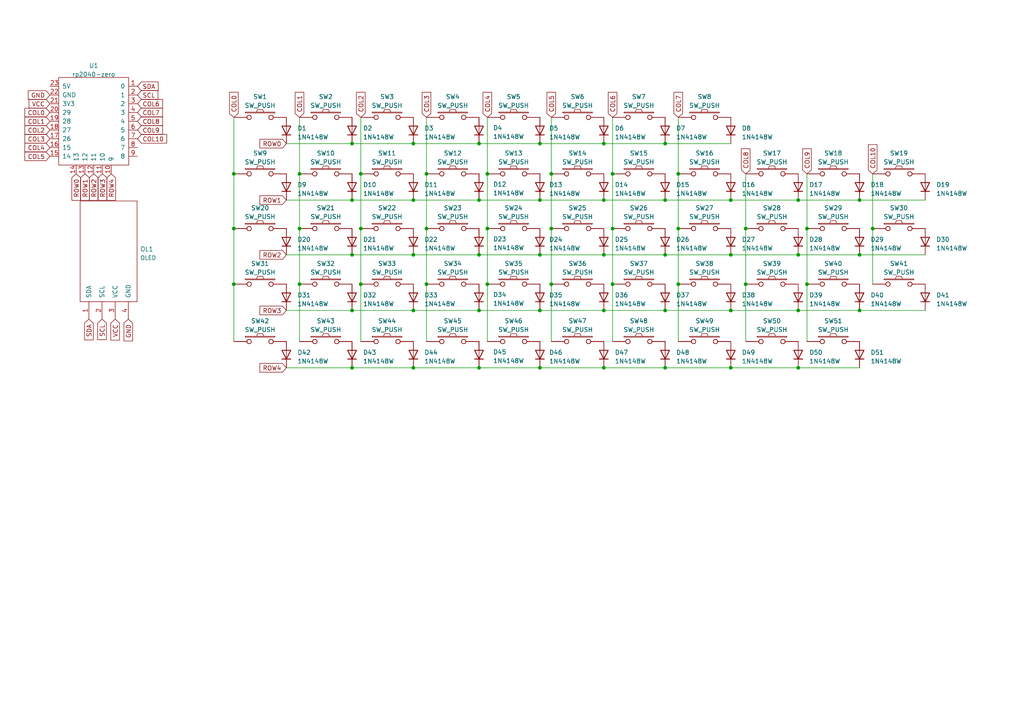
<source format=kicad_sch>
(kicad_sch (version 20230121) (generator eeschema)
  (paper "A4")
  (lib_symbols
    (symbol "Diode:1N4148W" (pin_numbers hide) (pin_names hide)
      (property "Reference" "D" (at 0 2.54 0))
      (property "Value" "1N4148W" (at 0 -2.54 0))
      (symbol "1N4148W_0_1"
        (polyline (pts (xy -1.27 1.27) (xy -1.27 -1.27)) (stroke (width 0.254)))
        (polyline (pts (xy 1.27 0) (xy -1.27 0)))
        (polyline (pts (xy 1.27 1.27) (xy 1.27 -1.27) (xy -1.27 0) (xy 1.27 1.27)) (stroke (width 0.254)))
      )
      (symbol "1N4148W_1_1"
        (pin passive line (at -3.81 0 0) (length 2.54) (name "K") (number "1"))
        (pin passive line (at 3.81 0 180) (length 2.54) (name "A") (number "2"))
      )
    )
    (symbol "kbd:OLED" (pin_names (offset 1.016))
      (property "Reference" "OL" (at 0 2.54 0))
      (property "Value" "OLED" (at 0 -1.27 0))
      (symbol "OLED_0_1"
        (rectangle (start -13.97 8.89) (end 15.24 -7.62))
      )
      (symbol "OLED_1_1"
        (pin bidirectional line (at -19.05 6.35 0) (length 5.08) (name "SDA") (number "1"))
        (pin bidirectional line (at -19.05 2.54 0) (length 5.08) (name "SCL") (number "2"))
        (pin power_in line (at -19.05 -1.27 0) (length 5.08) (name "VCC") (number "3"))
        (pin power_in line (at -19.05 -5.08 0) (length 5.08) (name "GND") (number "4"))
      )
    )
    (symbol "kbd:SW_PUSH" (pin_numbers hide) (pin_names (offset 1.016) hide)
      (property "Reference" "SW" (at 3.81 2.794 0))
      (property "Value" "SW_PUSH" (at 0 -2.032 0))
      (symbol "SW_PUSH_0_1"
        (rectangle (start -4.318 1.27) (end 4.318 1.524))
        (polyline (pts (xy -1.016 1.524) (xy -0.762 2.286) (xy 0.762 2.286) (xy 1.016 1.524)))
        (pin passive inverted (at -7.62 0 0) (length 5.08) (name "1") (number "1"))
        (pin passive inverted (at 7.62 0 180) (length 5.08) (name "2") (number "2"))
      )
    )
    (symbol "mcu:rp2040-zero" (pin_names (offset 1.016))
      (property "Reference" "U" (at 0 15.24 0))
      (property "Value" "rp2040-zero" (at 0 12.7 0))
      (symbol "rp2040-zero_0_1"
        (rectangle (start -10.16 11.43) (end 10.16 -13.97))
      )
      (symbol "rp2040-zero_1_1"
        (pin bidirectional line (at 12.7 8.89 180) (length 2.54) (name "0") (number "1"))
        (pin bidirectional line (at 5.08 -16.51 90) (length 2.54) (name "9") (number "10"))
        (pin bidirectional line (at 2.54 -16.51 90) (length 2.54) (name "10") (number "11"))
        (pin bidirectional line (at 0 -16.51 90) (length 2.54) (name "11") (number "12"))
        (pin bidirectional line (at -2.54 -16.51 90) (length 2.54) (name "12") (number "13"))
        (pin bidirectional line (at -5.08 -16.51 90) (length 2.54) (name "13") (number "14"))
        (pin bidirectional line (at -12.7 -11.43 0) (length 2.54) (name "14") (number "15"))
        (pin bidirectional line (at -12.7 -8.89 0) (length 2.54) (name "15") (number "16"))
        (pin bidirectional line (at -12.7 -6.35 0) (length 2.54) (name "26") (number "17"))
        (pin bidirectional line (at -12.7 -3.81 0) (length 2.54) (name "27") (number "18"))
        (pin bidirectional line (at -12.7 -1.27 0) (length 2.54) (name "28") (number "19"))
        (pin bidirectional line (at 12.7 6.35 180) (length 2.54) (name "1") (number "2"))
        (pin bidirectional line (at -12.7 1.27 0) (length 2.54) (name "29") (number "20"))
        (pin power_out line (at -12.7 3.81 0) (length 2.54) (name "3V3") (number "21"))
        (pin power_out line (at -12.7 6.35 0) (length 2.54) (name "GND") (number "22"))
        (pin power_out line (at -12.7 8.89 0) (length 2.54) (name "5V") (number "23"))
        (pin bidirectional line (at 12.7 3.81 180) (length 2.54) (name "2") (number "3"))
        (pin bidirectional line (at 12.7 1.27 180) (length 2.54) (name "3") (number "4"))
        (pin bidirectional line (at 12.7 -1.27 180) (length 2.54) (name "4") (number "5"))
        (pin bidirectional line (at 12.7 -3.81 180) (length 2.54) (name "5") (number "6"))
        (pin bidirectional line (at 12.7 -6.35 180) (length 2.54) (name "6") (number "7"))
        (pin bidirectional line (at 12.7 -8.89 180) (length 2.54) (name "7") (number "8"))
        (pin bidirectional line (at 12.7 -11.43 180) (length 2.54) (name "8") (number "9"))
      )
    )
  )
  (junction (at 196.723 82.423))
  (junction (at 192.913 41.656))
  (junction (at 86.868 66.294))
  (junction (at 67.818 66.294))
  (junction (at 175.133 73.914))
  (junction (at 175.133 41.656))
  (junction (at 211.963 90.043))
  (junction (at 156.591 73.914))
  (junction (at 192.913 73.914))
  (junction (at 234.061 82.423))
  (junction (at 159.893 82.423))
  (junction (at 102.108 90.043))
  (junction (at 196.723 66.294))
  (junction (at 119.888 41.656))
  (junction (at 141.351 66.294))
  (junction (at 102.108 58.039))
  (junction (at 102.108 106.68))
  (junction (at 175.133 58.039))
  (junction (at 159.893 66.294))
  (junction (at 123.698 66.294))
  (junction (at 119.888 106.68))
  (junction (at 211.963 106.68))
  (junction (at 102.108 73.914))
  (junction (at 119.888 90.043))
  (junction (at 67.818 82.423))
  (junction (at 216.281 82.423))
  (junction (at 231.521 58.039))
  (junction (at 231.521 90.043))
  (junction (at 175.133 106.68))
  (junction (at 138.938 90.043))
  (junction (at 211.963 73.914))
  (junction (at 123.698 50.419))
  (junction (at 196.723 50.419))
  (junction (at 156.591 90.043))
  (junction (at 86.868 50.419))
  (junction (at 102.108 41.656))
  (junction (at 156.591 41.656))
  (junction (at 234.061 66.294))
  (junction (at 192.913 58.039))
  (junction (at 159.893 50.419))
  (junction (at 231.521 73.914))
  (junction (at 177.673 66.294))
  (junction (at 67.818 50.419))
  (junction (at 138.938 106.68))
  (junction (at 104.648 50.419))
  (junction (at 119.888 58.039))
  (junction (at 141.351 50.419))
  (junction (at 231.521 106.68))
  (junction (at 216.281 66.294))
  (junction (at 192.913 106.68))
  (junction (at 249.301 73.914))
  (junction (at 156.591 106.68))
  (junction (at 253.111 66.294))
  (junction (at 211.963 58.039))
  (junction (at 86.868 82.423))
  (junction (at 177.673 50.419))
  (junction (at 156.591 58.039))
  (junction (at 177.673 82.423))
  (junction (at 249.301 90.043))
  (junction (at 119.888 73.914))
  (junction (at 138.938 58.039))
  (junction (at 192.913 90.043))
  (junction (at 138.938 41.656))
  (junction (at 104.648 82.423))
  (junction (at 249.301 58.039))
  (junction (at 175.133 90.043))
  (junction (at 138.938 73.914))
  (junction (at 141.351 82.423))
  (junction (at 104.648 66.294))
  (junction (at 123.698 82.423))
  (wire (pts (xy 141.351 66.294) (xy 141.351 82.423)))
  (wire (pts (xy 102.108 90.043) (xy 119.888 90.043)))
  (wire (pts (xy 253.111 66.294) (xy 253.111 82.423)))
  (wire (pts (xy 67.818 82.423) (xy 67.818 99.06)))
  (wire (pts (xy 249.301 90.043) (xy 268.351 90.043)))
  (wire (pts (xy 159.893 34.036) (xy 159.893 50.419)))
  (wire (pts (xy 138.938 58.039) (xy 156.591 58.039)))
  (wire (pts (xy 86.868 50.419) (xy 86.868 66.294)))
  (wire (pts (xy 119.888 58.039) (xy 138.938 58.039)))
  (wire (pts (xy 123.698 82.423) (xy 123.698 99.06)))
  (wire (pts (xy 177.673 66.294) (xy 177.673 82.423)))
  (wire (pts (xy 177.673 82.423) (xy 177.673 99.06)))
  (wire (pts (xy 141.351 50.419) (xy 141.351 66.294)))
  (wire (pts (xy 86.868 82.423) (xy 86.868 99.06)))
  (wire (pts (xy 119.888 90.043) (xy 138.938 90.043)))
  (wire (pts (xy 177.673 50.419) (xy 177.673 66.294)))
  (wire (pts (xy 123.698 50.419) (xy 123.698 66.294)))
  (wire (pts (xy 234.061 50.419) (xy 234.061 66.294)))
  (wire (pts (xy 192.913 73.914) (xy 211.963 73.914)))
  (wire (pts (xy 192.913 90.043) (xy 211.963 90.043)))
  (wire (pts (xy 192.913 106.68) (xy 211.963 106.68)))
  (wire (pts (xy 216.281 66.294) (xy 216.281 82.423)))
  (wire (pts (xy 102.108 106.68) (xy 119.888 106.68)))
  (wire (pts (xy 104.648 34.036) (xy 104.648 50.419)))
  (wire (pts (xy 211.963 90.043) (xy 231.521 90.043)))
  (wire (pts (xy 102.108 58.039) (xy 119.888 58.039)))
  (wire (pts (xy 138.938 73.914) (xy 156.591 73.914)))
  (wire (pts (xy 86.868 34.036) (xy 86.868 50.419)))
  (wire (pts (xy 104.648 50.419) (xy 104.648 66.294)))
  (wire (pts (xy 231.521 90.043) (xy 249.301 90.043)))
  (wire (pts (xy 211.963 73.914) (xy 231.521 73.914)))
  (wire (pts (xy 83.058 41.656) (xy 102.108 41.656)))
  (wire (pts (xy 231.521 73.914) (xy 249.301 73.914)))
  (wire (pts (xy 156.591 106.68) (xy 175.133 106.68)))
  (wire (pts (xy 83.058 58.039) (xy 102.108 58.039)))
  (wire (pts (xy 67.818 34.036) (xy 67.818 50.419)))
  (wire (pts (xy 159.893 82.423) (xy 159.893 99.06)))
  (wire (pts (xy 175.133 41.656) (xy 192.913 41.656)))
  (wire (pts (xy 67.818 50.419) (xy 67.818 66.294)))
  (wire (pts (xy 102.108 41.656) (xy 119.888 41.656)))
  (wire (pts (xy 138.938 41.656) (xy 156.591 41.656)))
  (wire (pts (xy 196.723 66.294) (xy 196.723 82.423)))
  (wire (pts (xy 83.058 73.914) (xy 102.108 73.914)))
  (wire (pts (xy 175.133 90.043) (xy 192.913 90.043)))
  (wire (pts (xy 141.351 82.423) (xy 141.351 99.06)))
  (wire (pts (xy 102.108 73.914) (xy 119.888 73.914)))
  (wire (pts (xy 216.281 82.423) (xy 216.281 99.06)))
  (wire (pts (xy 67.818 66.294) (xy 67.818 82.423)))
  (wire (pts (xy 86.868 66.294) (xy 86.868 82.423)))
  (wire (pts (xy 141.351 34.036) (xy 141.351 50.419)))
  (wire (pts (xy 119.888 41.656) (xy 138.938 41.656)))
  (wire (pts (xy 249.301 58.039) (xy 268.351 58.039)))
  (wire (pts (xy 156.591 90.043) (xy 175.133 90.043)))
  (wire (pts (xy 249.301 73.914) (xy 268.351 73.914)))
  (wire (pts (xy 156.591 73.914) (xy 175.133 73.914)))
  (wire (pts (xy 253.111 50.419) (xy 253.111 66.294)))
  (wire (pts (xy 119.888 106.68) (xy 138.938 106.68)))
  (wire (pts (xy 175.133 73.914) (xy 192.913 73.914)))
  (wire (pts (xy 83.058 106.68) (xy 102.108 106.68)))
  (wire (pts (xy 192.913 58.039) (xy 211.963 58.039)))
  (wire (pts (xy 234.061 66.294) (xy 234.061 82.423)))
  (wire (pts (xy 196.723 34.036) (xy 196.723 50.419)))
  (wire (pts (xy 83.058 90.043) (xy 102.108 90.043)))
  (wire (pts (xy 175.133 58.039) (xy 192.913 58.039)))
  (wire (pts (xy 104.648 66.294) (xy 104.648 82.423)))
  (wire (pts (xy 216.281 50.419) (xy 216.281 66.294)))
  (wire (pts (xy 211.963 58.039) (xy 231.521 58.039)))
  (wire (pts (xy 231.521 106.68) (xy 249.301 106.68)))
  (wire (pts (xy 192.913 41.656) (xy 211.963 41.656)))
  (wire (pts (xy 104.648 82.423) (xy 104.648 99.06)))
  (wire (pts (xy 156.591 58.039) (xy 175.133 58.039)))
  (wire (pts (xy 211.963 106.68) (xy 231.521 106.68)))
  (wire (pts (xy 159.893 66.294) (xy 159.893 82.423)))
  (wire (pts (xy 231.521 58.039) (xy 249.301 58.039)))
  (wire (pts (xy 123.698 34.036) (xy 123.698 50.419)))
  (wire (pts (xy 138.938 90.043) (xy 156.591 90.043)))
  (wire (pts (xy 175.133 106.68) (xy 192.913 106.68)))
  (wire (pts (xy 196.723 82.423) (xy 196.723 99.06)))
  (wire (pts (xy 123.698 66.294) (xy 123.698 82.423)))
  (wire (pts (xy 196.723 50.419) (xy 196.723 66.294)))
  (wire (pts (xy 177.673 34.036) (xy 177.673 50.419)))
  (wire (pts (xy 234.061 82.423) (xy 234.061 99.06)))
  (wire (pts (xy 119.888 73.914) (xy 138.938 73.914)))
  (wire (pts (xy 138.938 106.68) (xy 156.591 106.68)))
  (wire (pts (xy 159.893 50.419) (xy 159.893 66.294)))
  (wire (pts (xy 156.591 41.656) (xy 175.133 41.656)))
  (global_label "COL2" (shape input) (at 104.648 34.036 90) (property "Intersheetrefs" "${INTERSHEET_REFS}" (effects hide)))
  (global_label "ROW3" (shape input) (at 29.718 50.419 270) (property "Intersheetrefs" "${INTERSHEET_REFS}" (effects hide)))
  (global_label "ROW0" (shape input) (at 22.098 50.419 270) (property "Intersheetrefs" "${INTERSHEET_REFS}" (effects hide)))
  (global_label "COL5" (shape input) (at 14.478 45.339 180) (property "Intersheetrefs" "${INTERSHEET_REFS}" (effects hide)))
  (global_label "COL3" (shape input) (at 123.698 34.036 90) (property "Intersheetrefs" "${INTERSHEET_REFS}" (effects hide)))
  (global_label "VCC" (shape input) (at 33.401 92.583 270) (property "Intersheetrefs" "${INTERSHEET_REFS}" (effects hide)))
  (global_label "ROW4" (shape input) (at 83.058 106.68 180) (property "Intersheetrefs" "${INTERSHEET_REFS}" (effects hide)))
  (global_label "GND" (shape input) (at 14.478 27.559 180) (property "Intersheetrefs" "${INTERSHEET_REFS}" (effects hide)))
  (global_label "COL8" (shape input) (at 216.281 50.419 90) (property "Intersheetrefs" "${INTERSHEET_REFS}" (effects hide)))
  (global_label "ROW0" (shape input) (at 83.058 41.656 180) (property "Intersheetrefs" "${INTERSHEET_REFS}" (effects hide)))
  (global_label "COL1" (shape input) (at 86.868 34.036 90) (property "Intersheetrefs" "${INTERSHEET_REFS}" (effects hide)))
  (global_label "COL9" (shape input) (at 39.878 37.719 0) (property "Intersheetrefs" "${INTERSHEET_REFS}" (effects hide)))
  (global_label "COL3" (shape input) (at 14.478 40.259 180) (property "Intersheetrefs" "${INTERSHEET_REFS}" (effects hide)))
  (global_label "COL1" (shape input) (at 14.478 35.179 180) (property "Intersheetrefs" "${INTERSHEET_REFS}" (effects hide)))
  (global_label "ROW1" (shape input) (at 24.638 50.419 270) (property "Intersheetrefs" "${INTERSHEET_REFS}" (effects hide)))
  (global_label "COL6" (shape input) (at 177.673 34.036 90) (property "Intersheetrefs" "${INTERSHEET_REFS}" (effects hide)))
  (global_label "VCC" (shape input) (at 14.478 30.099 180) (property "Intersheetrefs" "${INTERSHEET_REFS}" (effects hide)))
  (global_label "ROW2" (shape input) (at 83.058 73.914 180) (property "Intersheetrefs" "${INTERSHEET_REFS}" (effects hide)))
  (global_label "COL10" (shape input) (at 253.111 50.419 90) (property "Intersheetrefs" "${INTERSHEET_REFS}" (effects hide)))
  (global_label "COL0" (shape input) (at 67.818 34.036 90) (property "Intersheetrefs" "${INTERSHEET_REFS}" (effects hide)))
  (global_label "ROW3" (shape input) (at 83.058 90.043 180) (property "Intersheetrefs" "${INTERSHEET_REFS}" (effects hide)))
  (global_label "SDA" (shape input) (at 39.878 25.019 0) (property "Intersheetrefs" "${INTERSHEET_REFS}" (effects hide)))
  (global_label "COL2" (shape input) (at 14.478 37.719 180) (property "Intersheetrefs" "${INTERSHEET_REFS}" (effects hide)))
  (global_label "COL7" (shape input) (at 39.878 32.639 0) (property "Intersheetrefs" "${INTERSHEET_REFS}" (effects hide)))
  (global_label "COL9" (shape input) (at 234.061 50.419 90) (property "Intersheetrefs" "${INTERSHEET_REFS}" (effects hide)))
  (global_label "COL8" (shape input) (at 39.878 35.179 0) (property "Intersheetrefs" "${INTERSHEET_REFS}" (effects hide)))
  (global_label "SCL" (shape input) (at 29.591 92.583 270) (property "Intersheetrefs" "${INTERSHEET_REFS}" (effects hide)))
  (global_label "COL5" (shape input) (at 159.893 34.036 90) (property "Intersheetrefs" "${INTERSHEET_REFS}" (effects hide)))
  (global_label "ROW2" (shape input) (at 27.178 50.419 270) (property "Intersheetrefs" "${INTERSHEET_REFS}" (effects hide)))
  (global_label "ROW1" (shape input) (at 83.058 58.039 180) (property "Intersheetrefs" "${INTERSHEET_REFS}" (effects hide)))
  (global_label "COL4" (shape input) (at 14.478 42.799 180) (property "Intersheetrefs" "${INTERSHEET_REFS}" (effects hide)))
  (global_label "COL10" (shape input) (at 39.878 40.259 0) (property "Intersheetrefs" "${INTERSHEET_REFS}" (effects hide)))
  (global_label "SCL" (shape input) (at 39.878 27.559 0) (property "Intersheetrefs" "${INTERSHEET_REFS}" (effects hide)))
  (global_label "COL6" (shape input) (at 39.878 30.099 0) (property "Intersheetrefs" "${INTERSHEET_REFS}" (effects hide)))
  (global_label "SDA" (shape input) (at 25.781 92.583 270) (property "Intersheetrefs" "${INTERSHEET_REFS}" (effects hide)))
  (global_label "COL4" (shape input) (at 141.351 34.036 90) (property "Intersheetrefs" "${INTERSHEET_REFS}" (effects hide)))
  (global_label "GND" (shape input) (at 37.211 92.583 270) (property "Intersheetrefs" "${INTERSHEET_REFS}" (effects hide)))
  (global_label "COL0" (shape input) (at 14.478 32.639 180) (property "Intersheetrefs" "${INTERSHEET_REFS}" (effects hide)))
  (global_label "COL7" (shape input) (at 196.723 34.036 90) (property "Intersheetrefs" "${INTERSHEET_REFS}" (effects hide)))
  (global_label "ROW4" (shape input) (at 32.258 50.419 270) (property "Intersheetrefs" "${INTERSHEET_REFS}" (effects hide)))
  (symbol (lib_id "Diode:1N4148W") (at 249.301 86.233 90) (unit 1)
    (property "Reference" "D40" (at 252.476 85.598 90) (effects (justify right)))
    (property "Value" "1N4148W" (at 252.476 88.138 90) (effects (justify right)))
    (property "Footprint" "Diode_SMD:D_SOD-123" (effects hide))
    (property "Datasheet" "https://www.vishay.com/docs/85748/1n4148w.pdf" (effects hide))
    (property "Sim.Device" "D" (effects hide))
    (property "Sim.Pins" "1=K 2=A" (effects hide))
  )
  (symbol (lib_id "Diode:1N4148W") (at 231.521 70.104 90) (unit 1)
    (property "Reference" "D28" (at 234.696 69.469 90) (effects (justify right)))
    (property "Value" "1N4148W" (at 234.696 72.009 90) (effects (justify right)))
    (property "Footprint" "Diode_SMD:D_SOD-123" (effects hide))
    (property "Datasheet" "https://www.vishay.com/docs/85748/1n4148w.pdf" (effects hide))
    (property "Sim.Device" "D" (effects hide))
    (property "Sim.Pins" "1=K 2=A" (effects hide))
  )
  (symbol (lib_id "kbd:SW_PUSH") (at 260.731 66.294 0) (unit 1)
    (property "Reference" "SW30" (at 260.731 60.325 0))
    (property "Value" "SW_PUSH" (at 260.731 62.865 0))
    (property "Footprint" "keyswitches:Kailh_socket_MX" (effects hide))
  )
  (symbol (lib_id "Diode:1N4148W") (at 268.351 54.229 90) (unit 1)
    (property "Reference" "D19" (at 271.526 53.594 90) (effects (justify right)))
    (property "Value" "1N4148W" (at 271.526 56.134 90) (effects (justify right)))
    (property "Footprint" "Diode_SMD:D_SOD-123" (effects hide))
    (property "Datasheet" "https://www.vishay.com/docs/85748/1n4148w.pdf" (effects hide))
    (property "Sim.Device" "D" (effects hide))
    (property "Sim.Pins" "1=K 2=A" (effects hide))
  )
  (symbol (lib_id "Diode:1N4148W") (at 211.963 70.104 90) (unit 1)
    (property "Reference" "D27" (at 215.138 69.469 90) (effects (justify right)))
    (property "Value" "1N4148W" (at 215.138 72.009 90) (effects (justify right)))
    (property "Footprint" "Diode_SMD:D_SOD-123" (effects hide))
    (property "Datasheet" "https://www.vishay.com/docs/85748/1n4148w.pdf" (effects hide))
    (property "Sim.Device" "D" (effects hide))
    (property "Sim.Pins" "1=K 2=A" (effects hide))
  )
  (symbol (lib_id "Diode:1N4148W") (at 268.351 86.233 90) (unit 1)
    (property "Reference" "D41" (at 271.526 85.598 90) (effects (justify right)))
    (property "Value" "1N4148W" (at 271.526 88.138 90) (effects (justify right)))
    (property "Footprint" "Diode_SMD:D_SOD-123" (effects hide))
    (property "Datasheet" "https://www.vishay.com/docs/85748/1n4148w.pdf" (effects hide))
    (property "Sim.Device" "D" (effects hide))
    (property "Sim.Pins" "1=K 2=A" (effects hide))
  )
  (symbol (lib_id "Diode:1N4148W") (at 231.521 102.87 90) (unit 1)
    (property "Reference" "D50" (at 234.696 102.235 90) (effects (justify right)))
    (property "Value" "1N4148W" (at 234.696 104.775 90) (effects (justify right)))
    (property "Footprint" "Diode_SMD:D_SOD-123" (effects hide))
    (property "Datasheet" "https://www.vishay.com/docs/85748/1n4148w.pdf" (effects hide))
    (property "Sim.Device" "D" (effects hide))
    (property "Sim.Pins" "1=K 2=A" (effects hide))
  )
  (symbol (lib_id "kbd:SW_PUSH") (at 112.268 66.294 0) (unit 1)
    (property "Reference" "SW22" (at 112.268 60.325 0))
    (property "Value" "SW_PUSH" (at 112.268 62.865 0))
    (property "Footprint" "keyswitches:Kailh_socket_MX" (effects hide))
  )
  (symbol (lib_id "Diode:1N4148W") (at 156.591 86.233 90) (unit 1)
    (property "Reference" "D35" (at 159.258 85.598 90) (effects (justify right)))
    (property "Value" "1N4148W" (at 159.258 88.138 90) (effects (justify right)))
    (property "Footprint" "Diode_SMD:D_SOD-123" (effects hide))
    (property "Datasheet" "https://www.vishay.com/docs/85748/1n4148w.pdf" (effects hide))
    (property "Sim.Device" "D" (effects hide))
    (property "Sim.Pins" "1=K 2=A" (effects hide))
  )
  (symbol (lib_id "kbd:SW_PUSH") (at 185.293 82.423 0) (unit 1)
    (property "Reference" "SW37" (at 185.293 76.454 0))
    (property "Value" "SW_PUSH" (at 185.293 78.994 0))
    (property "Footprint" "keyswitches:Kailh_socket_MX" (effects hide))
  )
  (symbol (lib_id "Diode:1N4148W") (at 138.938 102.87 90) (unit 1)
    (property "Reference" "D45" (at 143.002 102.108 90) (effects (justify right)))
    (property "Value" "1N4148W" (at 143.002 104.648 90) (effects (justify right)))
    (property "Footprint" "Diode_SMD:D_SOD-123" (effects hide))
    (property "Datasheet" "https://www.vishay.com/docs/85748/1n4148w.pdf" (effects hide))
    (property "Sim.Device" "D" (effects hide))
    (property "Sim.Pins" "1=K 2=A" (effects hide))
  )
  (symbol (lib_id "kbd:SW_PUSH") (at 112.268 50.419 0) (unit 1)
    (property "Reference" "SW11" (at 112.268 44.45 0))
    (property "Value" "SW_PUSH" (at 112.268 46.99 0))
    (property "Footprint" "keyswitches:Kailh_socket_MX" (effects hide))
  )
  (symbol (lib_id "kbd:SW_PUSH") (at 112.268 82.423 0) (unit 1)
    (property "Reference" "SW33" (at 112.268 76.454 0))
    (property "Value" "SW_PUSH" (at 112.268 78.994 0))
    (property "Footprint" "keyswitches:Kailh_socket_MX" (effects hide))
  )
  (symbol (lib_id "Diode:1N4148W") (at 249.301 54.229 90) (unit 1)
    (property "Reference" "D18" (at 252.476 53.594 90) (effects (justify right)))
    (property "Value" "1N4148W" (at 252.476 56.134 90) (effects (justify right)))
    (property "Footprint" "Diode_SMD:D_SOD-123" (effects hide))
    (property "Datasheet" "https://www.vishay.com/docs/85748/1n4148w.pdf" (effects hide))
    (property "Sim.Device" "D" (effects hide))
    (property "Sim.Pins" "1=K 2=A" (effects hide))
  )
  (symbol (lib_id "Diode:1N4148W") (at 231.521 86.233 90) (unit 1)
    (property "Reference" "D39" (at 234.696 85.598 90) (effects (justify right)))
    (property "Value" "1N4148W" (at 234.696 88.138 90) (effects (justify right)))
    (property "Footprint" "Diode_SMD:D_SOD-123" (effects hide))
    (property "Datasheet" "https://www.vishay.com/docs/85748/1n4148w.pdf" (effects hide))
    (property "Sim.Device" "D" (effects hide))
    (property "Sim.Pins" "1=K 2=A" (effects hide))
  )
  (symbol (lib_id "kbd:SW_PUSH") (at 260.731 50.419 0) (unit 1)
    (property "Reference" "SW19" (at 260.731 44.45 0))
    (property "Value" "SW_PUSH" (at 260.731 46.99 0))
    (property "Footprint" "keyswitches:Kailh_socket_MX" (effects hide))
  )
  (symbol (lib_id "kbd:SW_PUSH") (at 260.731 82.423 0) (unit 1)
    (property "Reference" "SW41" (at 260.731 76.454 0))
    (property "Value" "SW_PUSH" (at 260.731 78.994 0))
    (property "Footprint" "keyswitches:Kailh_socket_MX" (effects hide))
  )
  (symbol (lib_id "Diode:1N4148W") (at 119.888 37.846 90) (unit 1)
    (property "Reference" "D3" (at 123.063 37.211 90) (effects (justify right)))
    (property "Value" "1N4148W" (at 123.063 39.751 90) (effects (justify right)))
    (property "Footprint" "Diode_SMD:D_SOD-123" (effects hide))
    (property "Datasheet" "https://www.vishay.com/docs/85748/1n4148w.pdf" (effects hide))
    (property "Sim.Device" "D" (effects hide))
    (property "Sim.Pins" "1=K 2=A" (effects hide))
  )
  (symbol (lib_id "kbd:SW_PUSH") (at 75.438 34.036 0) (unit 1)
    (property "Reference" "SW1" (at 75.438 28.067 0))
    (property "Value" "SW_PUSH" (at 75.438 30.607 0))
    (property "Footprint" "keyswitches:Kailh_socket_MX" (effects hide))
  )
  (symbol (lib_id "Diode:1N4148W") (at 211.963 102.87 90) (unit 1)
    (property "Reference" "D49" (at 215.138 102.235 90) (effects (justify right)))
    (property "Value" "1N4148W" (at 215.138 104.775 90) (effects (justify right)))
    (property "Footprint" "Diode_SMD:D_SOD-123" (effects hide))
    (property "Datasheet" "https://www.vishay.com/docs/85748/1n4148w.pdf" (effects hide))
    (property "Sim.Device" "D" (effects hide))
    (property "Sim.Pins" "1=K 2=A" (effects hide))
  )
  (symbol (lib_id "Diode:1N4148W") (at 119.888 102.87 90) (unit 1)
    (property "Reference" "D44" (at 123.063 102.235 90) (effects (justify right)))
    (property "Value" "1N4148W" (at 123.063 104.775 90) (effects (justify right)))
    (property "Footprint" "Diode_SMD:D_SOD-123" (effects hide))
    (property "Datasheet" "https://www.vishay.com/docs/85748/1n4148w.pdf" (effects hide))
    (property "Sim.Device" "D" (effects hide))
    (property "Sim.Pins" "1=K 2=A" (effects hide))
  )
  (symbol (lib_id "Diode:1N4148W") (at 156.591 102.87 90) (unit 1)
    (property "Reference" "D46" (at 159.258 102.235 90) (effects (justify right)))
    (property "Value" "1N4148W" (at 159.258 104.775 90) (effects (justify right)))
    (property "Footprint" "Diode_SMD:D_SOD-123" (effects hide))
    (property "Datasheet" "https://www.vishay.com/docs/85748/1n4148w.pdf" (effects hide))
    (property "Sim.Device" "D" (effects hide))
    (property "Sim.Pins" "1=K 2=A" (effects hide))
  )
  (symbol (lib_id "kbd:SW_PUSH") (at 223.901 99.06 0) (unit 1)
    (property "Reference" "SW50" (at 223.901 93.091 0))
    (property "Value" "SW_PUSH" (at 223.901 95.631 0))
    (property "Footprint" "keyswitches:Kailh_socket_MX" (effects hide))
  )
  (symbol (lib_id "kbd:SW_PUSH") (at 148.971 82.423 0) (unit 1)
    (property "Reference" "SW35" (at 148.971 76.454 0))
    (property "Value" "SW_PUSH" (at 148.971 78.994 0))
    (property "Footprint" "keyswitches:Kailh_socket_MX" (effects hide))
  )
  (symbol (lib_id "Diode:1N4148W") (at 211.963 86.233 90) (unit 1)
    (property "Reference" "D38" (at 215.138 85.598 90) (effects (justify right)))
    (property "Value" "1N4148W" (at 215.138 88.138 90) (effects (justify right)))
    (property "Footprint" "Diode_SMD:D_SOD-123" (effects hide))
    (property "Datasheet" "https://www.vishay.com/docs/85748/1n4148w.pdf" (effects hide))
    (property "Sim.Device" "D" (effects hide))
    (property "Sim.Pins" "1=K 2=A" (effects hide))
  )
  (symbol (lib_id "kbd:SW_PUSH") (at 241.681 99.06 0) (unit 1)
    (property "Reference" "SW51" (at 241.681 93.091 0))
    (property "Value" "SW_PUSH" (at 241.681 95.631 0))
    (property "Footprint" "keyswitches:Kailh_socket_MX" (effects hide))
  )
  (symbol (lib_id "Diode:1N4148W") (at 83.058 86.233 90) (unit 1)
    (property "Reference" "D31" (at 86.233 85.598 90) (effects (justify right)))
    (property "Value" "1N4148W" (at 86.233 88.138 90) (effects (justify right)))
    (property "Footprint" "Diode_SMD:D_SOD-123" (effects hide))
    (property "Datasheet" "https://www.vishay.com/docs/85748/1n4148w.pdf" (effects hide))
    (property "Sim.Device" "D" (effects hide))
    (property "Sim.Pins" "1=K 2=A" (effects hide))
  )
  (symbol (lib_id "Diode:1N4148W") (at 249.301 102.87 90) (unit 1)
    (property "Reference" "D51" (at 252.476 102.235 90) (effects (justify right)))
    (property "Value" "1N4148W" (at 252.476 104.775 90) (effects (justify right)))
    (property "Footprint" "Diode_SMD:D_SOD-123" (effects hide))
    (property "Datasheet" "https://www.vishay.com/docs/85748/1n4148w.pdf" (effects hide))
    (property "Sim.Device" "D" (effects hide))
    (property "Sim.Pins" "1=K 2=A" (effects hide))
  )
  (symbol (lib_id "kbd:SW_PUSH") (at 241.681 82.423 0) (unit 1)
    (property "Reference" "SW40" (at 241.681 76.454 0))
    (property "Value" "SW_PUSH" (at 241.681 78.994 0))
    (property "Footprint" "keyswitches:Kailh_socket_MX" (effects hide))
  )
  (symbol (lib_id "kbd:SW_PUSH") (at 185.293 99.06 0) (unit 1)
    (property "Reference" "SW48" (at 185.293 93.091 0))
    (property "Value" "SW_PUSH" (at 185.293 95.631 0))
    (property "Footprint" "keyswitches:Kailh_socket_MX" (effects hide))
  )
  (symbol (lib_id "Diode:1N4148W") (at 138.938 37.846 90) (unit 1)
    (property "Reference" "D4" (at 143.002 37.084 90) (effects (justify right)))
    (property "Value" "1N4148W" (at 143.002 39.624 90) (effects (justify right)))
    (property "Footprint" "Diode_SMD:D_SOD-123" (effects hide))
    (property "Datasheet" "https://www.vishay.com/docs/85748/1n4148w.pdf" (effects hide))
    (property "Sim.Device" "D" (effects hide))
    (property "Sim.Pins" "1=K 2=A" (effects hide))
  )
  (symbol (lib_id "kbd:SW_PUSH") (at 167.513 99.06 0) (unit 1)
    (property "Reference" "SW47" (at 167.513 93.091 0))
    (property "Value" "SW_PUSH" (at 167.513 95.631 0))
    (property "Footprint" "keyswitches:Kailh_socket_MX" (effects hide))
  )
  (symbol (lib_id "kbd:SW_PUSH") (at 131.318 82.423 0) (unit 1)
    (property "Reference" "SW34" (at 131.318 76.454 0))
    (property "Value" "SW_PUSH" (at 131.318 78.994 0))
    (property "Footprint" "keyswitches:Kailh_socket_MX" (effects hide))
  )
  (symbol (lib_id "kbd:SW_PUSH") (at 148.971 99.06 0) (unit 1)
    (property "Reference" "SW46" (at 148.971 93.091 0))
    (property "Value" "SW_PUSH" (at 148.971 95.631 0))
    (property "Footprint" "keyswitches:Kailh_socket_MX" (effects hide))
  )
  (symbol (lib_id "kbd:SW_PUSH") (at 112.268 34.036 0) (unit 1)
    (property "Reference" "SW3" (at 112.268 28.067 0))
    (property "Value" "SW_PUSH" (at 112.268 30.607 0))
    (property "Footprint" "keyswitches:Kailh_socket_MX" (effects hide))
  )
  (symbol (lib_id "Diode:1N4148W") (at 119.888 86.233 90) (unit 1)
    (property "Reference" "D33" (at 123.063 85.598 90) (effects (justify right)))
    (property "Value" "1N4148W" (at 123.063 88.138 90) (effects (justify right)))
    (property "Footprint" "Diode_SMD:D_SOD-123" (effects hide))
    (property "Datasheet" "https://www.vishay.com/docs/85748/1n4148w.pdf" (effects hide))
    (property "Sim.Device" "D" (effects hide))
    (property "Sim.Pins" "1=K 2=A" (effects hide))
  )
  (symbol (lib_id "kbd:SW_PUSH") (at 131.318 34.036 0) (unit 1)
    (property "Reference" "SW4" (at 131.318 28.067 0))
    (property "Value" "SW_PUSH" (at 131.318 30.607 0))
    (property "Footprint" "keyswitches:Kailh_socket_MX" (effects hide))
  )
  (symbol (lib_id "Diode:1N4148W") (at 83.058 37.846 90) (unit 1)
    (property "Reference" "D1" (at 86.233 37.211 90) (effects (justify right)))
    (property "Value" "1N4148W" (at 86.233 39.751 90) (effects (justify right)))
    (property "Footprint" "Diode_SMD:D_SOD-123" (effects hide))
    (property "Datasheet" "https://www.vishay.com/docs/85748/1n4148w.pdf" (effects hide))
    (property "Sim.Device" "D" (effects hide))
    (property "Sim.Pins" "1=K 2=A" (effects hide))
  )
  (symbol (lib_id "kbd:SW_PUSH") (at 204.343 99.06 0) (unit 1)
    (property "Reference" "SW49" (at 204.343 93.091 0))
    (property "Value" "SW_PUSH" (at 204.343 95.631 0))
    (property "Footprint" "keyswitches:Kailh_socket_MX" (effects hide))
  )
  (symbol (lib_id "Diode:1N4148W") (at 192.913 102.87 90) (unit 1)
    (property "Reference" "D48" (at 196.088 102.235 90) (effects (justify right)))
    (property "Value" "1N4148W" (at 196.088 104.775 90) (effects (justify right)))
    (property "Footprint" "Diode_SMD:D_SOD-123" (effects hide))
    (property "Datasheet" "https://www.vishay.com/docs/85748/1n4148w.pdf" (effects hide))
    (property "Sim.Device" "D" (effects hide))
    (property "Sim.Pins" "1=K 2=A" (effects hide))
  )
  (symbol (lib_id "kbd:SW_PUSH") (at 94.488 82.423 0) (unit 1)
    (property "Reference" "SW32" (at 94.488 76.454 0))
    (property "Value" "SW_PUSH" (at 94.488 78.994 0))
    (property "Footprint" "keyswitches:Kailh_socket_MX" (effects hide))
  )
  (symbol (lib_id "kbd:SW_PUSH") (at 131.318 50.419 0) (unit 1)
    (property "Reference" "SW12" (at 131.318 44.45 0))
    (property "Value" "SW_PUSH" (at 131.318 46.99 0))
    (property "Footprint" "keyswitches:Kailh_socket_MX" (effects hide))
  )
  (symbol (lib_id "kbd:SW_PUSH") (at 204.343 34.036 0) (unit 1)
    (property "Reference" "SW8" (at 204.343 28.067 0))
    (property "Value" "SW_PUSH" (at 204.343 30.607 0))
    (property "Footprint" "keyswitches:Kailh_socket_MX" (effects hide))
  )
  (symbol (lib_id "kbd:SW_PUSH") (at 94.488 99.06 0) (unit 1)
    (property "Reference" "SW43" (at 94.488 93.091 0))
    (property "Value" "SW_PUSH" (at 94.488 95.631 0))
    (property "Footprint" "keyswitches:Kailh_socket_MX" (effects hide))
  )
  (symbol (lib_id "Diode:1N4148W") (at 102.108 37.846 90) (unit 1)
    (property "Reference" "D2" (at 105.283 37.211 90) (effects (justify right)))
    (property "Value" "1N4148W" (at 105.283 39.751 90) (effects (justify right)))
    (property "Footprint" "Diode_SMD:D_SOD-123" (effects hide))
    (property "Datasheet" "https://www.vishay.com/docs/85748/1n4148w.pdf" (effects hide))
    (property "Sim.Device" "D" (effects hide))
    (property "Sim.Pins" "1=K 2=A" (effects hide))
  )
  (symbol (lib_id "kbd:SW_PUSH") (at 75.438 50.419 0) (unit 1)
    (property "Reference" "SW9" (at 75.438 44.45 0))
    (property "Value" "SW_PUSH" (at 75.438 46.99 0))
    (property "Footprint" "keyswitches:Kailh_socket_MX" (effects hide))
  )
  (symbol (lib_id "kbd:SW_PUSH") (at 75.438 82.423 0) (unit 1)
    (property "Reference" "SW31" (at 75.438 76.454 0))
    (property "Value" "SW_PUSH" (at 75.438 78.994 0))
    (property "Footprint" "keyswitches:Kailh_socket_MX" (effects hide))
  )
  (symbol (lib_id "kbd:SW_PUSH") (at 112.268 99.06 0) (unit 1)
    (property "Reference" "SW44" (at 112.268 93.091 0))
    (property "Value" "SW_PUSH" (at 112.268 95.631 0))
    (property "Footprint" "keyswitches:Kailh_socket_MX" (effects hide))
  )
  (symbol (lib_id "kbd:OLED") (at 32.131 73.533 90) (unit 1)
    (property "Reference" "OL1" (at 40.64 72.263 90) (effects (font (size 1.2954 1.2954)) (justify right)))
    (property "Value" "OLED" (at 40.64 74.803 90) (effects (font (size 1.1938 1.1938)) (justify right)))
    (property "Footprint" "kbd:OLED_v2" (effects hide))
  )
  (symbol (lib_id "Diode:1N4148W") (at 119.888 70.104 90) (unit 1)
    (property "Reference" "D22" (at 123.063 69.469 90) (effects (justify right)))
    (property "Value" "1N4148W" (at 123.063 72.009 90) (effects (justify right)))
    (property "Footprint" "Diode_SMD:D_SOD-123" (effects hide))
    (property "Datasheet" "https://www.vishay.com/docs/85748/1n4148w.pdf" (effects hide))
    (property "Sim.Device" "D" (effects hide))
    (property "Sim.Pins" "1=K 2=A" (effects hide))
  )
  (symbol (lib_id "Diode:1N4148W") (at 175.133 54.229 90) (unit 1)
    (property "Reference" "D14" (at 178.308 53.594 90) (effects (justify right)))
    (property "Value" "1N4148W" (at 178.308 56.134 90) (effects (justify right)))
    (property "Footprint" "Diode_SMD:D_SOD-123" (effects hide))
    (property "Datasheet" "https://www.vishay.com/docs/85748/1n4148w.pdf" (effects hide))
    (property "Sim.Device" "D" (effects hide))
    (property "Sim.Pins" "1=K 2=A" (effects hide))
  )
  (symbol (lib_id "Diode:1N4148W") (at 156.591 70.104 90) (unit 1)
    (property "Reference" "D24" (at 159.258 69.469 90) (effects (justify right)))
    (property "Value" "1N4148W" (at 159.258 72.009 90) (effects (justify right)))
    (property "Footprint" "Diode_SMD:D_SOD-123" (effects hide))
    (property "Datasheet" "https://www.vishay.com/docs/85748/1n4148w.pdf" (effects hide))
    (property "Sim.Device" "D" (effects hide))
    (property "Sim.Pins" "1=K 2=A" (effects hide))
  )
  (symbol (lib_id "kbd:SW_PUSH") (at 223.901 82.423 0) (unit 1)
    (property "Reference" "SW39" (at 223.901 76.454 0))
    (property "Value" "SW_PUSH" (at 223.901 78.994 0))
    (property "Footprint" "keyswitches:Kailh_socket_MX" (effects hide))
  )
  (symbol (lib_id "Diode:1N4148W") (at 231.521 54.229 90) (unit 1)
    (property "Reference" "D17" (at 234.696 53.594 90) (effects (justify right)))
    (property "Value" "1N4148W" (at 234.696 56.134 90) (effects (justify right)))
    (property "Footprint" "Diode_SMD:D_SOD-123" (effects hide))
    (property "Datasheet" "https://www.vishay.com/docs/85748/1n4148w.pdf" (effects hide))
    (property "Sim.Device" "D" (effects hide))
    (property "Sim.Pins" "1=K 2=A" (effects hide))
  )
  (symbol (lib_id "Diode:1N4148W") (at 119.888 54.229 90) (unit 1)
    (property "Reference" "D11" (at 123.063 53.594 90) (effects (justify right)))
    (property "Value" "1N4148W" (at 123.063 56.134 90) (effects (justify right)))
    (property "Footprint" "Diode_SMD:D_SOD-123" (effects hide))
    (property "Datasheet" "https://www.vishay.com/docs/85748/1n4148w.pdf" (effects hide))
    (property "Sim.Device" "D" (effects hide))
    (property "Sim.Pins" "1=K 2=A" (effects hide))
  )
  (symbol (lib_id "Diode:1N4148W") (at 268.351 70.104 90) (unit 1)
    (property "Reference" "D30" (at 271.526 69.469 90) (effects (justify right)))
    (property "Value" "1N4148W" (at 271.526 72.009 90) (effects (justify right)))
    (property "Footprint" "Diode_SMD:D_SOD-123" (effects hide))
    (property "Datasheet" "https://www.vishay.com/docs/85748/1n4148w.pdf" (effects hide))
    (property "Sim.Device" "D" (effects hide))
    (property "Sim.Pins" "1=K 2=A" (effects hide))
  )
  (symbol (lib_id "Diode:1N4148W") (at 175.133 86.233 90) (unit 1)
    (property "Reference" "D36" (at 178.308 85.598 90) (effects (justify right)))
    (property "Value" "1N4148W" (at 178.308 88.138 90) (effects (justify right)))
    (property "Footprint" "Diode_SMD:D_SOD-123" (effects hide))
    (property "Datasheet" "https://www.vishay.com/docs/85748/1n4148w.pdf" (effects hide))
    (property "Sim.Device" "D" (effects hide))
    (property "Sim.Pins" "1=K 2=A" (effects hide))
  )
  (symbol (lib_id "kbd:SW_PUSH") (at 241.681 50.419 0) (unit 1)
    (property "Reference" "SW18" (at 241.681 44.45 0))
    (property "Value" "SW_PUSH" (at 241.681 46.99 0))
    (property "Footprint" "keyswitches:Kailh_socket_MX" (effects hide))
  )
  (symbol (lib_id "Diode:1N4148W") (at 175.133 37.846 90) (unit 1)
    (property "Reference" "D6" (at 178.308 37.211 90) (effects (justify right)))
    (property "Value" "1N4148W" (at 178.308 39.751 90) (effects (justify right)))
    (property "Footprint" "Diode_SMD:D_SOD-123" (effects hide))
    (property "Datasheet" "https://www.vishay.com/docs/85748/1n4148w.pdf" (effects hide))
    (property "Sim.Device" "D" (effects hide))
    (property "Sim.Pins" "1=K 2=A" (effects hide))
  )
  (symbol (lib_id "Diode:1N4148W") (at 192.913 54.229 90) (unit 1)
    (property "Reference" "D15" (at 196.088 53.594 90) (effects (justify right)))
    (property "Value" "1N4148W" (at 196.088 56.134 90) (effects (justify right)))
    (property "Footprint" "Diode_SMD:D_SOD-123" (effects hide))
    (property "Datasheet" "https://www.vishay.com/docs/85748/1n4148w.pdf" (effects hide))
    (property "Sim.Device" "D" (effects hide))
    (property "Sim.Pins" "1=K 2=A" (effects hide))
  )
  (symbol (lib_id "kbd:SW_PUSH") (at 241.681 66.294 0) (unit 1)
    (property "Reference" "SW29" (at 241.681 60.325 0))
    (property "Value" "SW_PUSH" (at 241.681 62.865 0))
    (property "Footprint" "keyswitches:Kailh_socket_MX" (effects hide))
  )
  (symbol (lib_id "kbd:SW_PUSH") (at 167.513 66.294 0) (unit 1)
    (property "Reference" "SW25" (at 167.513 60.325 0))
    (property "Value" "SW_PUSH" (at 167.513 62.865 0))
    (property "Footprint" "keyswitches:Kailh_socket_MX" (effects hide))
  )
  (symbol (lib_id "Diode:1N4148W") (at 138.938 54.229 90) (unit 1)
    (property "Reference" "D12" (at 143.002 53.467 90) (effects (justify right)))
    (property "Value" "1N4148W" (at 143.002 56.007 90) (effects (justify right)))
    (property "Footprint" "Diode_SMD:D_SOD-123" (effects hide))
    (property "Datasheet" "https://www.vishay.com/docs/85748/1n4148w.pdf" (effects hide))
    (property "Sim.Device" "D" (effects hide))
    (property "Sim.Pins" "1=K 2=A" (effects hide))
  )
  (symbol (lib_id "Diode:1N4148W") (at 192.913 86.233 90) (unit 1)
    (property "Reference" "D37" (at 196.088 85.598 90) (effects (justify right)))
    (property "Value" "1N4148W" (at 196.088 88.138 90) (effects (justify right)))
    (property "Footprint" "Diode_SMD:D_SOD-123" (effects hide))
    (property "Datasheet" "https://www.vishay.com/docs/85748/1n4148w.pdf" (effects hide))
    (property "Sim.Device" "D" (effects hide))
    (property "Sim.Pins" "1=K 2=A" (effects hide))
  )
  (symbol (lib_id "kbd:SW_PUSH") (at 167.513 82.423 0) (unit 1)
    (property "Reference" "SW36" (at 167.513 76.454 0))
    (property "Value" "SW_PUSH" (at 167.513 78.994 0))
    (property "Footprint" "keyswitches:Kailh_socket_MX" (effects hide))
  )
  (symbol (lib_id "Diode:1N4148W") (at 102.108 86.233 90) (unit 1)
    (property "Reference" "D32" (at 105.283 85.598 90) (effects (justify right)))
    (property "Value" "1N4148W" (at 105.283 88.138 90) (effects (justify right)))
    (property "Footprint" "Diode_SMD:D_SOD-123" (effects hide))
    (property "Datasheet" "https://www.vishay.com/docs/85748/1n4148w.pdf" (effects hide))
    (property "Sim.Device" "D" (effects hide))
    (property "Sim.Pins" "1=K 2=A" (effects hide))
  )
  (symbol (lib_id "Diode:1N4148W") (at 249.301 70.104 90) (unit 1)
    (property "Reference" "D29" (at 252.476 69.469 90) (effects (justify right)))
    (property "Value" "1N4148W" (at 252.476 72.009 90) (effects (justify right)))
    (property "Footprint" "Diode_SMD:D_SOD-123" (effects hide))
    (property "Datasheet" "https://www.vishay.com/docs/85748/1n4148w.pdf" (effects hide))
    (property "Sim.Device" "D" (effects hide))
    (property "Sim.Pins" "1=K 2=A" (effects hide))
  )
  (symbol (lib_id "mcu:rp2040-zero") (at 27.178 33.909 0) (unit 1)
    (property "Reference" "U1" (at 27.178 19.05 0))
    (property "Value" "rp2040-zero" (at 27.178 21.59 0))
    (property "Footprint" "mcu:rp2040-zero-tht-nocut" (effects hide))
  )
  (symbol (lib_id "Diode:1N4148W") (at 175.133 102.87 90) (unit 1)
    (property "Reference" "D47" (at 178.308 102.235 90) (effects (justify right)))
    (property "Value" "1N4148W" (at 178.308 104.775 90) (effects (justify right)))
    (property "Footprint" "Diode_SMD:D_SOD-123" (effects hide))
    (property "Datasheet" "https://www.vishay.com/docs/85748/1n4148w.pdf" (effects hide))
    (property "Sim.Device" "D" (effects hide))
    (property "Sim.Pins" "1=K 2=A" (effects hide))
  )
  (symbol (lib_id "kbd:SW_PUSH") (at 185.293 50.419 0) (unit 1)
    (property "Reference" "SW15" (at 185.293 44.45 0))
    (property "Value" "SW_PUSH" (at 185.293 46.99 0))
    (property "Footprint" "keyswitches:Kailh_socket_MX" (effects hide))
  )
  (symbol (lib_id "kbd:SW_PUSH") (at 131.318 66.294 0) (unit 1)
    (property "Reference" "SW23" (at 131.318 60.325 0))
    (property "Value" "SW_PUSH" (at 131.318 62.865 0))
    (property "Footprint" "keyswitches:Kailh_socket_MX" (effects hide))
  )
  (symbol (lib_id "kbd:SW_PUSH") (at 94.488 34.036 0) (unit 1)
    (property "Reference" "SW2" (at 94.488 28.067 0))
    (property "Value" "SW_PUSH" (at 94.488 30.607 0))
    (property "Footprint" "keyswitches:Kailh_socket_MX" (effects hide))
  )
  (symbol (lib_id "kbd:SW_PUSH") (at 75.438 99.06 0) (unit 1)
    (property "Reference" "SW42" (at 75.438 93.091 0))
    (property "Value" "SW_PUSH" (at 75.438 95.631 0))
    (property "Footprint" "keyswitches:Kailh_socket_MX" (effects hide))
  )
  (symbol (lib_id "kbd:SW_PUSH") (at 167.513 34.036 0) (unit 1)
    (property "Reference" "SW6" (at 167.513 28.067 0))
    (property "Value" "SW_PUSH" (at 167.513 30.607 0))
    (property "Footprint" "keyswitches:Kailh_socket_MX" (effects hide))
  )
  (symbol (lib_id "Diode:1N4148W") (at 192.913 37.846 90) (unit 1)
    (property "Reference" "D7" (at 196.088 37.211 90) (effects (justify right)))
    (property "Value" "1N4148W" (at 196.088 39.751 90) (effects (justify right)))
    (property "Footprint" "Diode_SMD:D_SOD-123" (effects hide))
    (property "Datasheet" "https://www.vishay.com/docs/85748/1n4148w.pdf" (effects hide))
    (property "Sim.Device" "D" (effects hide))
    (property "Sim.Pins" "1=K 2=A" (effects hide))
  )
  (symbol (lib_id "kbd:SW_PUSH") (at 223.901 50.419 0) (unit 1)
    (property "Reference" "SW17" (at 223.901 44.45 0))
    (property "Value" "SW_PUSH" (at 223.901 46.99 0))
    (property "Footprint" "keyswitches:Kailh_socket_MX" (effects hide))
  )
  (symbol (lib_id "kbd:SW_PUSH") (at 148.971 50.419 0) (unit 1)
    (property "Reference" "SW13" (at 148.971 44.45 0))
    (property "Value" "SW_PUSH" (at 148.971 46.99 0))
    (property "Footprint" "keyswitches:Kailh_socket_MX" (effects hide))
  )
  (symbol (lib_id "Diode:1N4148W") (at 175.133 70.104 90) (unit 1)
    (property "Reference" "D25" (at 178.308 69.469 90) (effects (justify right)))
    (property "Value" "1N4148W" (at 178.308 72.009 90) (effects (justify right)))
    (property "Footprint" "Diode_SMD:D_SOD-123" (effects hide))
    (property "Datasheet" "https://www.vishay.com/docs/85748/1n4148w.pdf" (effects hide))
    (property "Sim.Device" "D" (effects hide))
    (property "Sim.Pins" "1=K 2=A" (effects hide))
  )
  (symbol (lib_id "kbd:SW_PUSH") (at 185.293 66.294 0) (unit 1)
    (property "Reference" "SW26" (at 185.293 60.325 0))
    (property "Value" "SW_PUSH" (at 185.293 62.865 0))
    (property "Footprint" "keyswitches:Kailh_socket_MX" (effects hide))
  )
  (symbol (lib_id "kbd:SW_PUSH") (at 148.971 34.036 0) (unit 1)
    (property "Reference" "SW5" (at 148.971 28.067 0))
    (property "Value" "SW_PUSH" (at 148.971 30.607 0))
    (property "Footprint" "keyswitches:Kailh_socket_MX" (effects hide))
  )
  (symbol (lib_id "Diode:1N4148W") (at 102.108 102.87 90) (unit 1)
    (property "Reference" "D43" (at 105.283 102.235 90) (effects (justify right)))
    (property "Value" "1N4148W" (at 105.283 104.775 90) (effects (justify right)))
    (property "Footprint" "Diode_SMD:D_SOD-123" (effects hide))
    (property "Datasheet" "https://www.vishay.com/docs/85748/1n4148w.pdf" (effects hide))
    (property "Sim.Device" "D" (effects hide))
    (property "Sim.Pins" "1=K 2=A" (effects hide))
  )
  (symbol (lib_id "kbd:SW_PUSH") (at 223.901 66.294 0) (unit 1)
    (property "Reference" "SW28" (at 223.901 60.325 0))
    (property "Value" "SW_PUSH" (at 223.901 62.865 0))
    (property "Footprint" "keyswitches:Kailh_socket_MX" (effects hide))
  )
  (symbol (lib_id "Diode:1N4148W") (at 83.058 54.229 90) (unit 1)
    (property "Reference" "D9" (at 86.233 53.594 90) (effects (justify right)))
    (property "Value" "1N4148W" (at 86.233 56.134 90) (effects (justify right)))
    (property "Footprint" "Diode_SMD:D_SOD-123" (effects hide))
    (property "Datasheet" "https://www.vishay.com/docs/85748/1n4148w.pdf" (effects hide))
    (property "Sim.Device" "D" (effects hide))
    (property "Sim.Pins" "1=K 2=A" (effects hide))
  )
  (symbol (lib_id "Diode:1N4148W") (at 83.058 102.87 90) (unit 1)
    (property "Reference" "D42" (at 86.233 102.235 90) (effects (justify right)))
    (property "Value" "1N4148W" (at 86.233 104.775 90) (effects (justify right)))
    (property "Footprint" "Diode_SMD:D_SOD-123" (effects hide))
    (property "Datasheet" "https://www.vishay.com/docs/85748/1n4148w.pdf" (effects hide))
    (property "Sim.Device" "D" (effects hide))
    (property "Sim.Pins" "1=K 2=A" (effects hide))
  )
  (symbol (lib_id "Diode:1N4148W") (at 156.591 54.229 90) (unit 1)
    (property "Reference" "D13" (at 159.258 53.594 90) (effects (justify right)))
    (property "Value" "1N4148W" (at 159.258 56.134 90) (effects (justify right)))
    (property "Footprint" "Diode_SMD:D_SOD-123" (effects hide))
    (property "Datasheet" "https://www.vishay.com/docs/85748/1n4148w.pdf" (effects hide))
    (property "Sim.Device" "D" (effects hide))
    (property "Sim.Pins" "1=K 2=A" (effects hide))
  )
  (symbol (lib_id "kbd:SW_PUSH") (at 204.343 82.423 0) (unit 1)
    (property "Reference" "SW38" (at 204.343 76.454 0))
    (property "Value" "SW_PUSH" (at 204.343 78.994 0))
    (property "Footprint" "keyswitches:Kailh_socket_MX" (effects hide))
  )
  (symbol (lib_id "kbd:SW_PUSH") (at 185.293 34.036 0) (unit 1)
    (property "Reference" "SW7" (at 185.293 28.067 0))
    (property "Value" "SW_PUSH" (at 185.293 30.607 0))
    (property "Footprint" "keyswitches:Kailh_socket_MX" (effects hide))
  )
  (symbol (lib_id "Diode:1N4148W") (at 138.938 86.233 90) (unit 1)
    (property "Reference" "D34" (at 143.002 85.471 90) (effects (justify right)))
    (property "Value" "1N4148W" (at 143.002 88.011 90) (effects (justify right)))
    (property "Footprint" "Diode_SMD:D_SOD-123" (effects hide))
    (property "Datasheet" "https://www.vishay.com/docs/85748/1n4148w.pdf" (effects hide))
    (property "Sim.Device" "D" (effects hide))
    (property "Sim.Pins" "1=K 2=A" (effects hide))
  )
  (symbol (lib_id "Diode:1N4148W") (at 156.591 37.846 90) (unit 1)
    (property "Reference" "D5" (at 159.258 37.211 90) (effects (justify right)))
    (property "Value" "1N4148W" (at 159.258 39.751 90) (effects (justify right)))
    (property "Footprint" "Diode_SMD:D_SOD-123" (effects hide))
    (property "Datasheet" "https://www.vishay.com/docs/85748/1n4148w.pdf" (effects hide))
    (property "Sim.Device" "D" (effects hide))
    (property "Sim.Pins" "1=K 2=A" (effects hide))
  )
  (symbol (lib_id "Diode:1N4148W") (at 138.938 70.104 90) (unit 1)
    (property "Reference" "D23" (at 143.002 69.342 90) (effects (justify right)))
    (property "Value" "1N4148W" (at 143.002 71.882 90) (effects (justify right)))
    (property "Footprint" "Diode_SMD:D_SOD-123" (effects hide))
    (property "Datasheet" "https://www.vishay.com/docs/85748/1n4148w.pdf" (effects hide))
    (property "Sim.Device" "D" (effects hide))
    (property "Sim.Pins" "1=K 2=A" (effects hide))
  )
  (symbol (lib_id "Diode:1N4148W") (at 211.963 54.229 90) (unit 1)
    (property "Reference" "D16" (at 215.138 53.594 90) (effects (justify right)))
    (property "Value" "1N4148W" (at 215.138 56.134 90) (effects (justify right)))
    (property "Footprint" "Diode_SMD:D_SOD-123" (effects hide))
    (property "Datasheet" "https://www.vishay.com/docs/85748/1n4148w.pdf" (effects hide))
    (property "Sim.Device" "D" (effects hide))
    (property "Sim.Pins" "1=K 2=A" (effects hide))
  )
  (symbol (lib_id "Diode:1N4148W") (at 102.108 70.104 90) (unit 1)
    (property "Reference" "D21" (at 105.283 69.469 90) (effects (justify right)))
    (property "Value" "1N4148W" (at 105.283 72.009 90) (effects (justify right)))
    (property "Footprint" "Diode_SMD:D_SOD-123" (effects hide))
    (property "Datasheet" "https://www.vishay.com/docs/85748/1n4148w.pdf" (effects hide))
    (property "Sim.Device" "D" (effects hide))
    (property "Sim.Pins" "1=K 2=A" (effects hide))
  )
  (symbol (lib_id "Diode:1N4148W") (at 83.058 70.104 90) (unit 1)
    (property "Reference" "D20" (at 86.233 69.469 90) (effects (justify right)))
    (property "Value" "1N4148W" (at 86.233 72.009 90) (effects (justify right)))
    (property "Footprint" "Diode_SMD:D_SOD-123" (effects hide))
    (property "Datasheet" "https://www.vishay.com/docs/85748/1n4148w.pdf" (effects hide))
    (property "Sim.Device" "D" (effects hide))
    (property "Sim.Pins" "1=K 2=A" (effects hide))
  )
  (symbol (lib_id "kbd:SW_PUSH") (at 94.488 66.294 0) (unit 1)
    (property "Reference" "SW21" (at 94.488 60.325 0))
    (property "Value" "SW_PUSH" (at 94.488 62.865 0))
    (property "Footprint" "keyswitches:Kailh_socket_MX" (effects hide))
  )
  (symbol (lib_id "Diode:1N4148W") (at 102.108 54.229 90) (unit 1)
    (property "Reference" "D10" (at 105.283 53.594 90) (effects (justify right)))
    (property "Value" "1N4148W" (at 105.283 56.134 90) (effects (justify right)))
    (property "Footprint" "Diode_SMD:D_SOD-123" (effects hide))
    (property "Datasheet" "https://www.vishay.com/docs/85748/1n4148w.pdf" (effects hide))
    (property "Sim.Device" "D" (effects hide))
    (property "Sim.Pins" "1=K 2=A" (effects hide))
  )
  (symbol (lib_id "kbd:SW_PUSH") (at 131.318 99.06 0) (unit 1)
    (property "Reference" "SW45" (at 131.318 93.091 0))
    (property "Value" "SW_PUSH" (at 131.318 95.631 0))
    (property "Footprint" "keyswitches:Kailh_socket_MX" (effects hide))
  )
  (symbol (lib_id "kbd:SW_PUSH") (at 148.971 66.294 0) (unit 1)
    (property "Reference" "SW24" (at 148.971 60.325 0))
    (property "Value" "SW_PUSH" (at 148.971 62.865 0))
    (property "Footprint" "keyswitches:Kailh_socket_MX" (effects hide))
  )
  (symbol (lib_id "Diode:1N4148W") (at 211.963 37.846 90) (unit 1)
    (property "Reference" "D8" (at 215.138 37.211 90) (effects (justify right)))
    (property "Value" "1N4148W" (at 215.138 39.751 90) (effects (justify right)))
    (property "Footprint" "Diode_SMD:D_SOD-123" (effects hide))
    (property "Datasheet" "https://www.vishay.com/docs/85748/1n4148w.pdf" (effects hide))
    (property "Sim.Device" "D" (effects hide))
    (property "Sim.Pins" "1=K 2=A" (effects hide))
  )
  (symbol (lib_id "kbd:SW_PUSH") (at 204.343 50.419 0) (unit 1)
    (property "Reference" "SW16" (at 204.343 44.45 0))
    (property "Value" "SW_PUSH" (at 204.343 46.99 0))
    (property "Footprint" "keyswitches:Kailh_socket_MX" (effects hide))
  )
  (symbol (lib_id "kbd:SW_PUSH") (at 94.488 50.419 0) (unit 1)
    (property "Reference" "SW10" (at 94.488 44.45 0))
    (property "Value" "SW_PUSH" (at 94.488 46.99 0))
    (property "Footprint" "keyswitches:Kailh_socket_MX" (effects hide))
  )
  (symbol (lib_id "kbd:SW_PUSH") (at 167.513 50.419 0) (unit 1)
    (property "Reference" "SW14" (at 167.513 44.45 0))
    (property "Value" "SW_PUSH" (at 167.513 46.99 0))
    (property "Footprint" "keyswitches:Kailh_socket_MX" (effects hide))
  )
  (symbol (lib_id "kbd:SW_PUSH") (at 75.438 66.294 0) (unit 1)
    (property "Reference" "SW20" (at 75.438 60.325 0))
    (property "Value" "SW_PUSH" (at 75.438 62.865 0))
    (property "Footprint" "keyswitches:Kailh_socket_MX" (effects hide))
  )
  (symbol (lib_id "kbd:SW_PUSH") (at 204.343 66.294 0) (unit 1)
    (property "Reference" "SW27" (at 204.343 60.325 0))
    (property "Value" "SW_PUSH" (at 204.343 62.865 0))
    (property "Footprint" "keyswitches:Kailh_socket_MX" (effects hide))
  )
  (symbol (lib_id "Diode:1N4148W") (at 192.913 70.104 90) (unit 1)
    (property "Reference" "D26" (at 196.088 69.469 90) (effects (justify right)))
    (property "Value" "1N4148W" (at 196.088 72.009 90) (effects (justify right)))
    (property "Footprint" "Diode_SMD:D_SOD-123" (effects hide))
    (property "Datasheet" "https://www.vishay.com/docs/85748/1n4148w.pdf" (effects hide))
    (property "Sim.Device" "D" (effects hide))
    (property "Sim.Pins" "1=K 2=A" (effects hide))
  )
)
</source>
